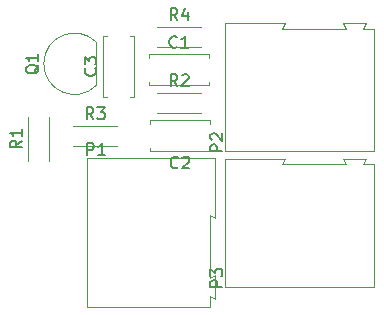
<source format=gbr>
G04 #@! TF.FileFunction,Legend,Top*
%FSLAX46Y46*%
G04 Gerber Fmt 4.6, Leading zero omitted, Abs format (unit mm)*
G04 Created by KiCad (PCBNEW 4.0.6) date 06/15/17 23:10:10*
%MOMM*%
%LPD*%
G01*
G04 APERTURE LIST*
%ADD10C,0.100000*%
%ADD11C,0.120000*%
%ADD12C,0.150000*%
G04 APERTURE END LIST*
D10*
D11*
X175940400Y-86828000D02*
X181060400Y-86828000D01*
X175940400Y-89448000D02*
X181060400Y-89448000D01*
X175940400Y-86828000D02*
X175940400Y-87142000D01*
X175940400Y-89134000D02*
X175940400Y-89448000D01*
X181060400Y-86828000D02*
X181060400Y-87142000D01*
X181060400Y-89134000D02*
X181060400Y-89448000D01*
X181162000Y-95036000D02*
X176042000Y-95036000D01*
X181162000Y-92416000D02*
X176042000Y-92416000D01*
X181162000Y-95036000D02*
X181162000Y-94722000D01*
X181162000Y-92730000D02*
X181162000Y-92416000D01*
X176042000Y-95036000D02*
X176042000Y-94722000D01*
X176042000Y-92730000D02*
X176042000Y-92416000D01*
X172070400Y-90404000D02*
X172070400Y-85284000D01*
X174690400Y-90404000D02*
X174690400Y-85284000D01*
X172070400Y-90404000D02*
X172384400Y-90404000D01*
X174376400Y-90404000D02*
X174690400Y-90404000D01*
X172070400Y-85284000D02*
X172384400Y-85284000D01*
X174376400Y-85284000D02*
X174690400Y-85284000D01*
X170759600Y-95604800D02*
X170759600Y-108204800D01*
X170759600Y-108204800D02*
X181109600Y-108204800D01*
X181109600Y-108204800D02*
X181109600Y-107254800D01*
X181109600Y-107254800D02*
X181609600Y-107504800D01*
X181609600Y-107504800D02*
X181609600Y-105604800D01*
X181609600Y-105604800D02*
X181609600Y-105554800D01*
X181609600Y-105554800D02*
X181109600Y-105804800D01*
X181109600Y-105804800D02*
X181109600Y-100404800D01*
X181109600Y-100404800D02*
X181609600Y-100704800D01*
X181609600Y-100704800D02*
X181609600Y-95604800D01*
X181609600Y-95604800D02*
X170759600Y-95604800D01*
X182422000Y-95026000D02*
X195022000Y-95026000D01*
X195022000Y-95026000D02*
X195022000Y-84676000D01*
X195022000Y-84676000D02*
X194072000Y-84676000D01*
X194072000Y-84676000D02*
X194322000Y-84176000D01*
X194322000Y-84176000D02*
X192422000Y-84176000D01*
X192422000Y-84176000D02*
X192372000Y-84176000D01*
X192372000Y-84176000D02*
X192622000Y-84676000D01*
X192622000Y-84676000D02*
X187222000Y-84676000D01*
X187222000Y-84676000D02*
X187522000Y-84176000D01*
X187522000Y-84176000D02*
X182422000Y-84176000D01*
X182422000Y-84176000D02*
X182422000Y-95026000D01*
X182422000Y-106506800D02*
X195022000Y-106506800D01*
X195022000Y-106506800D02*
X195022000Y-96156800D01*
X195022000Y-96156800D02*
X194072000Y-96156800D01*
X194072000Y-96156800D02*
X194322000Y-95656800D01*
X194322000Y-95656800D02*
X192422000Y-95656800D01*
X192422000Y-95656800D02*
X192372000Y-95656800D01*
X192372000Y-95656800D02*
X192622000Y-96156800D01*
X192622000Y-96156800D02*
X187222000Y-96156800D01*
X187222000Y-96156800D02*
X187522000Y-95656800D01*
X187522000Y-95656800D02*
X182422000Y-95656800D01*
X182422000Y-95656800D02*
X182422000Y-106506800D01*
X171522000Y-89430000D02*
X171522000Y-85830000D01*
X171510478Y-89468478D02*
G75*
G02X167072000Y-87630000I-1838478J1838478D01*
G01*
X171510478Y-85791522D02*
G75*
G03X167072000Y-87630000I-1838478J-1838478D01*
G01*
X165764000Y-95840000D02*
X165764000Y-92120000D01*
X167484000Y-95840000D02*
X167484000Y-92120000D01*
X169590000Y-92866000D02*
X173310000Y-92866000D01*
X169590000Y-94586000D02*
X173310000Y-94586000D01*
X176702000Y-90072000D02*
X180422000Y-90072000D01*
X176702000Y-91792000D02*
X180422000Y-91792000D01*
X176702000Y-84484000D02*
X180422000Y-84484000D01*
X176702000Y-86204000D02*
X180422000Y-86204000D01*
D12*
X178333734Y-86185143D02*
X178286115Y-86232762D01*
X178143258Y-86280381D01*
X178048020Y-86280381D01*
X177905162Y-86232762D01*
X177809924Y-86137524D01*
X177762305Y-86042286D01*
X177714686Y-85851810D01*
X177714686Y-85708952D01*
X177762305Y-85518476D01*
X177809924Y-85423238D01*
X177905162Y-85328000D01*
X178048020Y-85280381D01*
X178143258Y-85280381D01*
X178286115Y-85328000D01*
X178333734Y-85375619D01*
X179286115Y-86280381D02*
X178714686Y-86280381D01*
X179000400Y-86280381D02*
X179000400Y-85280381D01*
X178905162Y-85423238D01*
X178809924Y-85518476D01*
X178714686Y-85566095D01*
X178435334Y-96393143D02*
X178387715Y-96440762D01*
X178244858Y-96488381D01*
X178149620Y-96488381D01*
X178006762Y-96440762D01*
X177911524Y-96345524D01*
X177863905Y-96250286D01*
X177816286Y-96059810D01*
X177816286Y-95916952D01*
X177863905Y-95726476D01*
X177911524Y-95631238D01*
X178006762Y-95536000D01*
X178149620Y-95488381D01*
X178244858Y-95488381D01*
X178387715Y-95536000D01*
X178435334Y-95583619D01*
X178816286Y-95583619D02*
X178863905Y-95536000D01*
X178959143Y-95488381D01*
X179197239Y-95488381D01*
X179292477Y-95536000D01*
X179340096Y-95583619D01*
X179387715Y-95678857D01*
X179387715Y-95774095D01*
X179340096Y-95916952D01*
X178768667Y-96488381D01*
X179387715Y-96488381D01*
X171427543Y-88010666D02*
X171475162Y-88058285D01*
X171522781Y-88201142D01*
X171522781Y-88296380D01*
X171475162Y-88439238D01*
X171379924Y-88534476D01*
X171284686Y-88582095D01*
X171094210Y-88629714D01*
X170951352Y-88629714D01*
X170760876Y-88582095D01*
X170665638Y-88534476D01*
X170570400Y-88439238D01*
X170522781Y-88296380D01*
X170522781Y-88201142D01*
X170570400Y-88058285D01*
X170618019Y-88010666D01*
X170522781Y-87677333D02*
X170522781Y-87058285D01*
X170903733Y-87391619D01*
X170903733Y-87248761D01*
X170951352Y-87153523D01*
X170998971Y-87105904D01*
X171094210Y-87058285D01*
X171332305Y-87058285D01*
X171427543Y-87105904D01*
X171475162Y-87153523D01*
X171522781Y-87248761D01*
X171522781Y-87534476D01*
X171475162Y-87629714D01*
X171427543Y-87677333D01*
X170751505Y-95367181D02*
X170751505Y-94367181D01*
X171132458Y-94367181D01*
X171227696Y-94414800D01*
X171275315Y-94462419D01*
X171322934Y-94557657D01*
X171322934Y-94700514D01*
X171275315Y-94795752D01*
X171227696Y-94843371D01*
X171132458Y-94890990D01*
X170751505Y-94890990D01*
X172275315Y-95367181D02*
X171703886Y-95367181D01*
X171989600Y-95367181D02*
X171989600Y-94367181D01*
X171894362Y-94510038D01*
X171799124Y-94605276D01*
X171703886Y-94652895D01*
X182184381Y-95034095D02*
X181184381Y-95034095D01*
X181184381Y-94653142D01*
X181232000Y-94557904D01*
X181279619Y-94510285D01*
X181374857Y-94462666D01*
X181517714Y-94462666D01*
X181612952Y-94510285D01*
X181660571Y-94557904D01*
X181708190Y-94653142D01*
X181708190Y-95034095D01*
X181279619Y-94081714D02*
X181232000Y-94034095D01*
X181184381Y-93938857D01*
X181184381Y-93700761D01*
X181232000Y-93605523D01*
X181279619Y-93557904D01*
X181374857Y-93510285D01*
X181470095Y-93510285D01*
X181612952Y-93557904D01*
X182184381Y-94129333D01*
X182184381Y-93510285D01*
X182184381Y-106514895D02*
X181184381Y-106514895D01*
X181184381Y-106133942D01*
X181232000Y-106038704D01*
X181279619Y-105991085D01*
X181374857Y-105943466D01*
X181517714Y-105943466D01*
X181612952Y-105991085D01*
X181660571Y-106038704D01*
X181708190Y-106133942D01*
X181708190Y-106514895D01*
X181184381Y-105610133D02*
X181184381Y-104991085D01*
X181565333Y-105324419D01*
X181565333Y-105181561D01*
X181612952Y-105086323D01*
X181660571Y-105038704D01*
X181755810Y-104991085D01*
X181993905Y-104991085D01*
X182089143Y-105038704D01*
X182136762Y-105086323D01*
X182184381Y-105181561D01*
X182184381Y-105467276D01*
X182136762Y-105562514D01*
X182089143Y-105610133D01*
X166659619Y-87725238D02*
X166612000Y-87820476D01*
X166516762Y-87915714D01*
X166373905Y-88058571D01*
X166326286Y-88153810D01*
X166326286Y-88249048D01*
X166564381Y-88201429D02*
X166516762Y-88296667D01*
X166421524Y-88391905D01*
X166231048Y-88439524D01*
X165897714Y-88439524D01*
X165707238Y-88391905D01*
X165612000Y-88296667D01*
X165564381Y-88201429D01*
X165564381Y-88010952D01*
X165612000Y-87915714D01*
X165707238Y-87820476D01*
X165897714Y-87772857D01*
X166231048Y-87772857D01*
X166421524Y-87820476D01*
X166516762Y-87915714D01*
X166564381Y-88010952D01*
X166564381Y-88201429D01*
X166564381Y-86820476D02*
X166564381Y-87391905D01*
X166564381Y-87106191D02*
X165564381Y-87106191D01*
X165707238Y-87201429D01*
X165802476Y-87296667D01*
X165850095Y-87391905D01*
X165216381Y-94146666D02*
X164740190Y-94480000D01*
X165216381Y-94718095D02*
X164216381Y-94718095D01*
X164216381Y-94337142D01*
X164264000Y-94241904D01*
X164311619Y-94194285D01*
X164406857Y-94146666D01*
X164549714Y-94146666D01*
X164644952Y-94194285D01*
X164692571Y-94241904D01*
X164740190Y-94337142D01*
X164740190Y-94718095D01*
X165216381Y-93194285D02*
X165216381Y-93765714D01*
X165216381Y-93480000D02*
X164216381Y-93480000D01*
X164359238Y-93575238D01*
X164454476Y-93670476D01*
X164502095Y-93765714D01*
X171283334Y-92318381D02*
X170950000Y-91842190D01*
X170711905Y-92318381D02*
X170711905Y-91318381D01*
X171092858Y-91318381D01*
X171188096Y-91366000D01*
X171235715Y-91413619D01*
X171283334Y-91508857D01*
X171283334Y-91651714D01*
X171235715Y-91746952D01*
X171188096Y-91794571D01*
X171092858Y-91842190D01*
X170711905Y-91842190D01*
X171616667Y-91318381D02*
X172235715Y-91318381D01*
X171902381Y-91699333D01*
X172045239Y-91699333D01*
X172140477Y-91746952D01*
X172188096Y-91794571D01*
X172235715Y-91889810D01*
X172235715Y-92127905D01*
X172188096Y-92223143D01*
X172140477Y-92270762D01*
X172045239Y-92318381D01*
X171759524Y-92318381D01*
X171664286Y-92270762D01*
X171616667Y-92223143D01*
X178395334Y-89524381D02*
X178062000Y-89048190D01*
X177823905Y-89524381D02*
X177823905Y-88524381D01*
X178204858Y-88524381D01*
X178300096Y-88572000D01*
X178347715Y-88619619D01*
X178395334Y-88714857D01*
X178395334Y-88857714D01*
X178347715Y-88952952D01*
X178300096Y-89000571D01*
X178204858Y-89048190D01*
X177823905Y-89048190D01*
X178776286Y-88619619D02*
X178823905Y-88572000D01*
X178919143Y-88524381D01*
X179157239Y-88524381D01*
X179252477Y-88572000D01*
X179300096Y-88619619D01*
X179347715Y-88714857D01*
X179347715Y-88810095D01*
X179300096Y-88952952D01*
X178728667Y-89524381D01*
X179347715Y-89524381D01*
X178395334Y-83936381D02*
X178062000Y-83460190D01*
X177823905Y-83936381D02*
X177823905Y-82936381D01*
X178204858Y-82936381D01*
X178300096Y-82984000D01*
X178347715Y-83031619D01*
X178395334Y-83126857D01*
X178395334Y-83269714D01*
X178347715Y-83364952D01*
X178300096Y-83412571D01*
X178204858Y-83460190D01*
X177823905Y-83460190D01*
X179252477Y-83269714D02*
X179252477Y-83936381D01*
X179014381Y-82888762D02*
X178776286Y-83603048D01*
X179395334Y-83603048D01*
M02*

</source>
